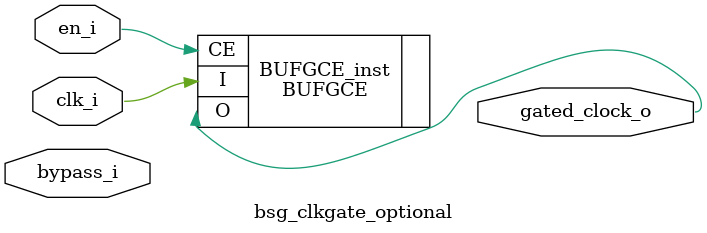
<source format=v>
`include "bsg_defines.v"

module bsg_clkgate_optional
    #( parameter is_ce_inverted = 1'b0
       , parameter is_i_inverted  = 1'b0
     )
    (input  clk_i
     ,input  en_i
     ,input  bypass_i // unused
     ,output gated_clock_o
     );

  // BUFGCE: General Clock Buffer with Clock Enable
  //         UltraScale
  // Xilinx HDL Language Template, version 2021.1

  BUFGCE #(
     .CE_TYPE("SYNC"),
     .IS_CE_INVERTED(is_ce_inverted),
     .IS_I_INVERTED(is_i_inverted),
     .SIM_DEVICE("ULTRASCALE_PLUS")
  )
  BUFGCE_inst (
     .O(gated_clock_o),
     .CE(en_i),
     .I(clk_i)
  );

  // End of BUFGCE_inst instantiation
endmodule

</source>
